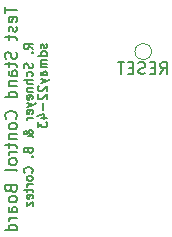
<source format=gbr>
G04 #@! TF.GenerationSoftware,KiCad,Pcbnew,(5.1.5)-3*
G04 #@! TF.CreationDate,2022-01-21T17:51:05-06:00*
G04 #@! TF.ProjectId,test_stand_smd,74657374-5f73-4746-916e-645f736d642e,rev?*
G04 #@! TF.SameCoordinates,Original*
G04 #@! TF.FileFunction,Legend,Bot*
G04 #@! TF.FilePolarity,Positive*
%FSLAX46Y46*%
G04 Gerber Fmt 4.6, Leading zero omitted, Abs format (unit mm)*
G04 Created by KiCad (PCBNEW (5.1.5)-3) date 2022-01-21 17:51:05*
%MOMM*%
%LPD*%
G04 APERTURE LIST*
%ADD10C,0.150000*%
%ADD11C,0.120000*%
G04 APERTURE END LIST*
D10*
X140130571Y-84213742D02*
X140166285Y-84285171D01*
X140166285Y-84428028D01*
X140130571Y-84499457D01*
X140059142Y-84535171D01*
X140023428Y-84535171D01*
X139952000Y-84499457D01*
X139916285Y-84428028D01*
X139916285Y-84320885D01*
X139880571Y-84249457D01*
X139809142Y-84213742D01*
X139773428Y-84213742D01*
X139702000Y-84249457D01*
X139666285Y-84320885D01*
X139666285Y-84428028D01*
X139702000Y-84499457D01*
X140166285Y-85178028D02*
X139416285Y-85178028D01*
X140130571Y-85178028D02*
X140166285Y-85106600D01*
X140166285Y-84963742D01*
X140130571Y-84892314D01*
X140094857Y-84856600D01*
X140023428Y-84820885D01*
X139809142Y-84820885D01*
X139737714Y-84856600D01*
X139702000Y-84892314D01*
X139666285Y-84963742D01*
X139666285Y-85106600D01*
X139702000Y-85178028D01*
X140166285Y-85535171D02*
X139666285Y-85535171D01*
X139737714Y-85535171D02*
X139702000Y-85570885D01*
X139666285Y-85642314D01*
X139666285Y-85749457D01*
X139702000Y-85820885D01*
X139773428Y-85856600D01*
X140166285Y-85856600D01*
X139773428Y-85856600D02*
X139702000Y-85892314D01*
X139666285Y-85963742D01*
X139666285Y-86070885D01*
X139702000Y-86142314D01*
X139773428Y-86178028D01*
X140166285Y-86178028D01*
X140166285Y-86856600D02*
X139773428Y-86856600D01*
X139702000Y-86820885D01*
X139666285Y-86749457D01*
X139666285Y-86606600D01*
X139702000Y-86535171D01*
X140130571Y-86856600D02*
X140166285Y-86785171D01*
X140166285Y-86606600D01*
X140130571Y-86535171D01*
X140059142Y-86499457D01*
X139987714Y-86499457D01*
X139916285Y-86535171D01*
X139880571Y-86606600D01*
X139880571Y-86785171D01*
X139844857Y-86856600D01*
X139666285Y-87142314D02*
X140166285Y-87320885D01*
X139666285Y-87499457D02*
X140166285Y-87320885D01*
X140344857Y-87249457D01*
X140380571Y-87213742D01*
X140416285Y-87142314D01*
X139487714Y-87749457D02*
X139452000Y-87785171D01*
X139416285Y-87856600D01*
X139416285Y-88035171D01*
X139452000Y-88106600D01*
X139487714Y-88142314D01*
X139559142Y-88178028D01*
X139630571Y-88178028D01*
X139737714Y-88142314D01*
X140166285Y-87713742D01*
X140166285Y-88178028D01*
X139487714Y-88463742D02*
X139452000Y-88499457D01*
X139416285Y-88570885D01*
X139416285Y-88749457D01*
X139452000Y-88820885D01*
X139487714Y-88856600D01*
X139559142Y-88892314D01*
X139630571Y-88892314D01*
X139737714Y-88856600D01*
X140166285Y-88428028D01*
X140166285Y-88892314D01*
X139880571Y-89213742D02*
X139880571Y-89785171D01*
X139666285Y-90463742D02*
X140166285Y-90463742D01*
X139380571Y-90285171D02*
X139916285Y-90106600D01*
X139916285Y-90570885D01*
X139416285Y-90785171D02*
X139416285Y-91249457D01*
X139702000Y-90999457D01*
X139702000Y-91106600D01*
X139737714Y-91178028D01*
X139773428Y-91213742D01*
X139844857Y-91249457D01*
X140023428Y-91249457D01*
X140094857Y-91213742D01*
X140130571Y-91178028D01*
X140166285Y-91106600D01*
X140166285Y-90892314D01*
X140130571Y-90820885D01*
X140094857Y-90785171D01*
X138997885Y-84622885D02*
X138640742Y-84372885D01*
X138997885Y-84194314D02*
X138247885Y-84194314D01*
X138247885Y-84480028D01*
X138283600Y-84551457D01*
X138319314Y-84587171D01*
X138390742Y-84622885D01*
X138497885Y-84622885D01*
X138569314Y-84587171D01*
X138605028Y-84551457D01*
X138640742Y-84480028D01*
X138640742Y-84194314D01*
X138926457Y-84944314D02*
X138962171Y-84980028D01*
X138997885Y-84944314D01*
X138962171Y-84908600D01*
X138926457Y-84944314D01*
X138997885Y-84944314D01*
X138962171Y-85837171D02*
X138997885Y-85944314D01*
X138997885Y-86122885D01*
X138962171Y-86194314D01*
X138926457Y-86230028D01*
X138855028Y-86265742D01*
X138783600Y-86265742D01*
X138712171Y-86230028D01*
X138676457Y-86194314D01*
X138640742Y-86122885D01*
X138605028Y-85980028D01*
X138569314Y-85908600D01*
X138533600Y-85872885D01*
X138462171Y-85837171D01*
X138390742Y-85837171D01*
X138319314Y-85872885D01*
X138283600Y-85908600D01*
X138247885Y-85980028D01*
X138247885Y-86158600D01*
X138283600Y-86265742D01*
X138962171Y-86908600D02*
X138997885Y-86837171D01*
X138997885Y-86694314D01*
X138962171Y-86622885D01*
X138926457Y-86587171D01*
X138855028Y-86551457D01*
X138640742Y-86551457D01*
X138569314Y-86587171D01*
X138533600Y-86622885D01*
X138497885Y-86694314D01*
X138497885Y-86837171D01*
X138533600Y-86908600D01*
X138997885Y-87230028D02*
X138247885Y-87230028D01*
X138997885Y-87551457D02*
X138605028Y-87551457D01*
X138533600Y-87515742D01*
X138497885Y-87444314D01*
X138497885Y-87337171D01*
X138533600Y-87265742D01*
X138569314Y-87230028D01*
X138497885Y-87908600D02*
X138997885Y-87908600D01*
X138569314Y-87908600D02*
X138533600Y-87944314D01*
X138497885Y-88015742D01*
X138497885Y-88122885D01*
X138533600Y-88194314D01*
X138605028Y-88230028D01*
X138997885Y-88230028D01*
X138962171Y-88872885D02*
X138997885Y-88801457D01*
X138997885Y-88658600D01*
X138962171Y-88587171D01*
X138890742Y-88551457D01*
X138605028Y-88551457D01*
X138533600Y-88587171D01*
X138497885Y-88658600D01*
X138497885Y-88801457D01*
X138533600Y-88872885D01*
X138605028Y-88908600D01*
X138676457Y-88908600D01*
X138747885Y-88551457D01*
X138497885Y-89158600D02*
X138997885Y-89337171D01*
X138497885Y-89515742D02*
X138997885Y-89337171D01*
X139176457Y-89265742D01*
X139212171Y-89230028D01*
X139247885Y-89158600D01*
X138962171Y-90087171D02*
X138997885Y-90015742D01*
X138997885Y-89872885D01*
X138962171Y-89801457D01*
X138890742Y-89765742D01*
X138605028Y-89765742D01*
X138533600Y-89801457D01*
X138497885Y-89872885D01*
X138497885Y-90015742D01*
X138533600Y-90087171D01*
X138605028Y-90122885D01*
X138676457Y-90122885D01*
X138747885Y-89765742D01*
X138997885Y-90444314D02*
X138497885Y-90444314D01*
X138640742Y-90444314D02*
X138569314Y-90480028D01*
X138533600Y-90515742D01*
X138497885Y-90587171D01*
X138497885Y-90658600D01*
X138997885Y-92087171D02*
X138997885Y-92051457D01*
X138962171Y-91980028D01*
X138855028Y-91872885D01*
X138640742Y-91694314D01*
X138533600Y-91622885D01*
X138426457Y-91587171D01*
X138355028Y-91587171D01*
X138283600Y-91622885D01*
X138247885Y-91694314D01*
X138247885Y-91730028D01*
X138283600Y-91801457D01*
X138355028Y-91837171D01*
X138390742Y-91837171D01*
X138462171Y-91801457D01*
X138497885Y-91765742D01*
X138640742Y-91551457D01*
X138676457Y-91515742D01*
X138747885Y-91480028D01*
X138855028Y-91480028D01*
X138926457Y-91515742D01*
X138962171Y-91551457D01*
X138997885Y-91622885D01*
X138997885Y-91730028D01*
X138962171Y-91801457D01*
X138926457Y-91837171D01*
X138783600Y-91944314D01*
X138676457Y-91980028D01*
X138605028Y-91980028D01*
X138605028Y-93230028D02*
X138640742Y-93337171D01*
X138676457Y-93372885D01*
X138747885Y-93408600D01*
X138855028Y-93408600D01*
X138926457Y-93372885D01*
X138962171Y-93337171D01*
X138997885Y-93265742D01*
X138997885Y-92980028D01*
X138247885Y-92980028D01*
X138247885Y-93230028D01*
X138283600Y-93301457D01*
X138319314Y-93337171D01*
X138390742Y-93372885D01*
X138462171Y-93372885D01*
X138533600Y-93337171D01*
X138569314Y-93301457D01*
X138605028Y-93230028D01*
X138605028Y-92980028D01*
X138926457Y-93730028D02*
X138962171Y-93765742D01*
X138997885Y-93730028D01*
X138962171Y-93694314D01*
X138926457Y-93730028D01*
X138997885Y-93730028D01*
X138926457Y-95087171D02*
X138962171Y-95051457D01*
X138997885Y-94944314D01*
X138997885Y-94872885D01*
X138962171Y-94765742D01*
X138890742Y-94694314D01*
X138819314Y-94658600D01*
X138676457Y-94622885D01*
X138569314Y-94622885D01*
X138426457Y-94658600D01*
X138355028Y-94694314D01*
X138283600Y-94765742D01*
X138247885Y-94872885D01*
X138247885Y-94944314D01*
X138283600Y-95051457D01*
X138319314Y-95087171D01*
X138997885Y-95515742D02*
X138962171Y-95444314D01*
X138926457Y-95408600D01*
X138855028Y-95372885D01*
X138640742Y-95372885D01*
X138569314Y-95408600D01*
X138533600Y-95444314D01*
X138497885Y-95515742D01*
X138497885Y-95622885D01*
X138533600Y-95694314D01*
X138569314Y-95730028D01*
X138640742Y-95765742D01*
X138855028Y-95765742D01*
X138926457Y-95730028D01*
X138962171Y-95694314D01*
X138997885Y-95622885D01*
X138997885Y-95515742D01*
X138997885Y-96087171D02*
X138497885Y-96087171D01*
X138640742Y-96087171D02*
X138569314Y-96122885D01*
X138533600Y-96158600D01*
X138497885Y-96230028D01*
X138497885Y-96301457D01*
X138497885Y-96444314D02*
X138497885Y-96730028D01*
X138247885Y-96551457D02*
X138890742Y-96551457D01*
X138962171Y-96587171D01*
X138997885Y-96658600D01*
X138997885Y-96730028D01*
X138962171Y-97265742D02*
X138997885Y-97194314D01*
X138997885Y-97051457D01*
X138962171Y-96980028D01*
X138890742Y-96944314D01*
X138605028Y-96944314D01*
X138533600Y-96980028D01*
X138497885Y-97051457D01*
X138497885Y-97194314D01*
X138533600Y-97265742D01*
X138605028Y-97301457D01*
X138676457Y-97301457D01*
X138747885Y-96944314D01*
X138497885Y-97551457D02*
X138497885Y-97944314D01*
X138997885Y-97551457D01*
X138997885Y-97944314D01*
X136637780Y-81028780D02*
X136637780Y-81600209D01*
X137637780Y-81314495D02*
X136637780Y-81314495D01*
X137590161Y-82314495D02*
X137637780Y-82219257D01*
X137637780Y-82028780D01*
X137590161Y-81933542D01*
X137494923Y-81885923D01*
X137113971Y-81885923D01*
X137018733Y-81933542D01*
X136971114Y-82028780D01*
X136971114Y-82219257D01*
X137018733Y-82314495D01*
X137113971Y-82362114D01*
X137209209Y-82362114D01*
X137304447Y-81885923D01*
X137590161Y-82743066D02*
X137637780Y-82838304D01*
X137637780Y-83028780D01*
X137590161Y-83124019D01*
X137494923Y-83171638D01*
X137447304Y-83171638D01*
X137352066Y-83124019D01*
X137304447Y-83028780D01*
X137304447Y-82885923D01*
X137256828Y-82790685D01*
X137161590Y-82743066D01*
X137113971Y-82743066D01*
X137018733Y-82790685D01*
X136971114Y-82885923D01*
X136971114Y-83028780D01*
X137018733Y-83124019D01*
X136971114Y-83457352D02*
X136971114Y-83838304D01*
X136637780Y-83600209D02*
X137494923Y-83600209D01*
X137590161Y-83647828D01*
X137637780Y-83743066D01*
X137637780Y-83838304D01*
X137590161Y-84885923D02*
X137637780Y-85028780D01*
X137637780Y-85266876D01*
X137590161Y-85362114D01*
X137542542Y-85409733D01*
X137447304Y-85457352D01*
X137352066Y-85457352D01*
X137256828Y-85409733D01*
X137209209Y-85362114D01*
X137161590Y-85266876D01*
X137113971Y-85076400D01*
X137066352Y-84981161D01*
X137018733Y-84933542D01*
X136923495Y-84885923D01*
X136828257Y-84885923D01*
X136733019Y-84933542D01*
X136685400Y-84981161D01*
X136637780Y-85076400D01*
X136637780Y-85314495D01*
X136685400Y-85457352D01*
X136971114Y-85743066D02*
X136971114Y-86124019D01*
X136637780Y-85885923D02*
X137494923Y-85885923D01*
X137590161Y-85933542D01*
X137637780Y-86028780D01*
X137637780Y-86124019D01*
X137637780Y-86885923D02*
X137113971Y-86885923D01*
X137018733Y-86838304D01*
X136971114Y-86743066D01*
X136971114Y-86552590D01*
X137018733Y-86457352D01*
X137590161Y-86885923D02*
X137637780Y-86790685D01*
X137637780Y-86552590D01*
X137590161Y-86457352D01*
X137494923Y-86409733D01*
X137399685Y-86409733D01*
X137304447Y-86457352D01*
X137256828Y-86552590D01*
X137256828Y-86790685D01*
X137209209Y-86885923D01*
X136971114Y-87362114D02*
X137637780Y-87362114D01*
X137066352Y-87362114D02*
X137018733Y-87409733D01*
X136971114Y-87504971D01*
X136971114Y-87647828D01*
X137018733Y-87743066D01*
X137113971Y-87790685D01*
X137637780Y-87790685D01*
X137637780Y-88695447D02*
X136637780Y-88695447D01*
X137590161Y-88695447D02*
X137637780Y-88600209D01*
X137637780Y-88409733D01*
X137590161Y-88314495D01*
X137542542Y-88266876D01*
X137447304Y-88219257D01*
X137161590Y-88219257D01*
X137066352Y-88266876D01*
X137018733Y-88314495D01*
X136971114Y-88409733D01*
X136971114Y-88600209D01*
X137018733Y-88695447D01*
X137542542Y-90504971D02*
X137590161Y-90457352D01*
X137637780Y-90314495D01*
X137637780Y-90219257D01*
X137590161Y-90076400D01*
X137494923Y-89981161D01*
X137399685Y-89933542D01*
X137209209Y-89885923D01*
X137066352Y-89885923D01*
X136875876Y-89933542D01*
X136780638Y-89981161D01*
X136685400Y-90076400D01*
X136637780Y-90219257D01*
X136637780Y-90314495D01*
X136685400Y-90457352D01*
X136733019Y-90504971D01*
X137637780Y-91076400D02*
X137590161Y-90981161D01*
X137542542Y-90933542D01*
X137447304Y-90885923D01*
X137161590Y-90885923D01*
X137066352Y-90933542D01*
X137018733Y-90981161D01*
X136971114Y-91076400D01*
X136971114Y-91219257D01*
X137018733Y-91314495D01*
X137066352Y-91362114D01*
X137161590Y-91409733D01*
X137447304Y-91409733D01*
X137542542Y-91362114D01*
X137590161Y-91314495D01*
X137637780Y-91219257D01*
X137637780Y-91076400D01*
X136971114Y-91838304D02*
X137637780Y-91838304D01*
X137066352Y-91838304D02*
X137018733Y-91885923D01*
X136971114Y-91981161D01*
X136971114Y-92124019D01*
X137018733Y-92219257D01*
X137113971Y-92266876D01*
X137637780Y-92266876D01*
X136971114Y-92600209D02*
X136971114Y-92981161D01*
X136637780Y-92743066D02*
X137494923Y-92743066D01*
X137590161Y-92790685D01*
X137637780Y-92885923D01*
X137637780Y-92981161D01*
X137637780Y-93314495D02*
X136971114Y-93314495D01*
X137161590Y-93314495D02*
X137066352Y-93362114D01*
X137018733Y-93409733D01*
X136971114Y-93504971D01*
X136971114Y-93600209D01*
X137637780Y-94076400D02*
X137590161Y-93981161D01*
X137542542Y-93933542D01*
X137447304Y-93885923D01*
X137161590Y-93885923D01*
X137066352Y-93933542D01*
X137018733Y-93981161D01*
X136971114Y-94076400D01*
X136971114Y-94219257D01*
X137018733Y-94314495D01*
X137066352Y-94362114D01*
X137161590Y-94409733D01*
X137447304Y-94409733D01*
X137542542Y-94362114D01*
X137590161Y-94314495D01*
X137637780Y-94219257D01*
X137637780Y-94076400D01*
X137637780Y-94981161D02*
X137590161Y-94885923D01*
X137494923Y-94838304D01*
X136637780Y-94838304D01*
X137113971Y-96457352D02*
X137161590Y-96600209D01*
X137209209Y-96647828D01*
X137304447Y-96695447D01*
X137447304Y-96695447D01*
X137542542Y-96647828D01*
X137590161Y-96600209D01*
X137637780Y-96504971D01*
X137637780Y-96124019D01*
X136637780Y-96124019D01*
X136637780Y-96457352D01*
X136685400Y-96552590D01*
X136733019Y-96600209D01*
X136828257Y-96647828D01*
X136923495Y-96647828D01*
X137018733Y-96600209D01*
X137066352Y-96552590D01*
X137113971Y-96457352D01*
X137113971Y-96124019D01*
X137637780Y-97266876D02*
X137590161Y-97171638D01*
X137542542Y-97124019D01*
X137447304Y-97076400D01*
X137161590Y-97076400D01*
X137066352Y-97124019D01*
X137018733Y-97171638D01*
X136971114Y-97266876D01*
X136971114Y-97409733D01*
X137018733Y-97504971D01*
X137066352Y-97552590D01*
X137161590Y-97600209D01*
X137447304Y-97600209D01*
X137542542Y-97552590D01*
X137590161Y-97504971D01*
X137637780Y-97409733D01*
X137637780Y-97266876D01*
X137637780Y-98457352D02*
X137113971Y-98457352D01*
X137018733Y-98409733D01*
X136971114Y-98314495D01*
X136971114Y-98124019D01*
X137018733Y-98028780D01*
X137590161Y-98457352D02*
X137637780Y-98362114D01*
X137637780Y-98124019D01*
X137590161Y-98028780D01*
X137494923Y-97981161D01*
X137399685Y-97981161D01*
X137304447Y-98028780D01*
X137256828Y-98124019D01*
X137256828Y-98362114D01*
X137209209Y-98457352D01*
X137637780Y-98933542D02*
X136971114Y-98933542D01*
X137161590Y-98933542D02*
X137066352Y-98981161D01*
X137018733Y-99028780D01*
X136971114Y-99124019D01*
X136971114Y-99219257D01*
X137637780Y-99981161D02*
X136637780Y-99981161D01*
X137590161Y-99981161D02*
X137637780Y-99885923D01*
X137637780Y-99695447D01*
X137590161Y-99600209D01*
X137542542Y-99552590D01*
X137447304Y-99504971D01*
X137161590Y-99504971D01*
X137066352Y-99552590D01*
X137018733Y-99600209D01*
X136971114Y-99695447D01*
X136971114Y-99885923D01*
X137018733Y-99981161D01*
D11*
X149036000Y-84836000D02*
G75*
G03X149036000Y-84836000I-700000J0D01*
G01*
D10*
X149788380Y-86736380D02*
X150121714Y-86260190D01*
X150359809Y-86736380D02*
X150359809Y-85736380D01*
X149978857Y-85736380D01*
X149883619Y-85784000D01*
X149836000Y-85831619D01*
X149788380Y-85926857D01*
X149788380Y-86069714D01*
X149836000Y-86164952D01*
X149883619Y-86212571D01*
X149978857Y-86260190D01*
X150359809Y-86260190D01*
X149359809Y-86212571D02*
X149026476Y-86212571D01*
X148883619Y-86736380D02*
X149359809Y-86736380D01*
X149359809Y-85736380D01*
X148883619Y-85736380D01*
X148502666Y-86688761D02*
X148359809Y-86736380D01*
X148121714Y-86736380D01*
X148026476Y-86688761D01*
X147978857Y-86641142D01*
X147931238Y-86545904D01*
X147931238Y-86450666D01*
X147978857Y-86355428D01*
X148026476Y-86307809D01*
X148121714Y-86260190D01*
X148312190Y-86212571D01*
X148407428Y-86164952D01*
X148455047Y-86117333D01*
X148502666Y-86022095D01*
X148502666Y-85926857D01*
X148455047Y-85831619D01*
X148407428Y-85784000D01*
X148312190Y-85736380D01*
X148074095Y-85736380D01*
X147931238Y-85784000D01*
X147502666Y-86212571D02*
X147169333Y-86212571D01*
X147026476Y-86736380D02*
X147502666Y-86736380D01*
X147502666Y-85736380D01*
X147026476Y-85736380D01*
X146740761Y-85736380D02*
X146169333Y-85736380D01*
X146455047Y-86736380D02*
X146455047Y-85736380D01*
M02*

</source>
